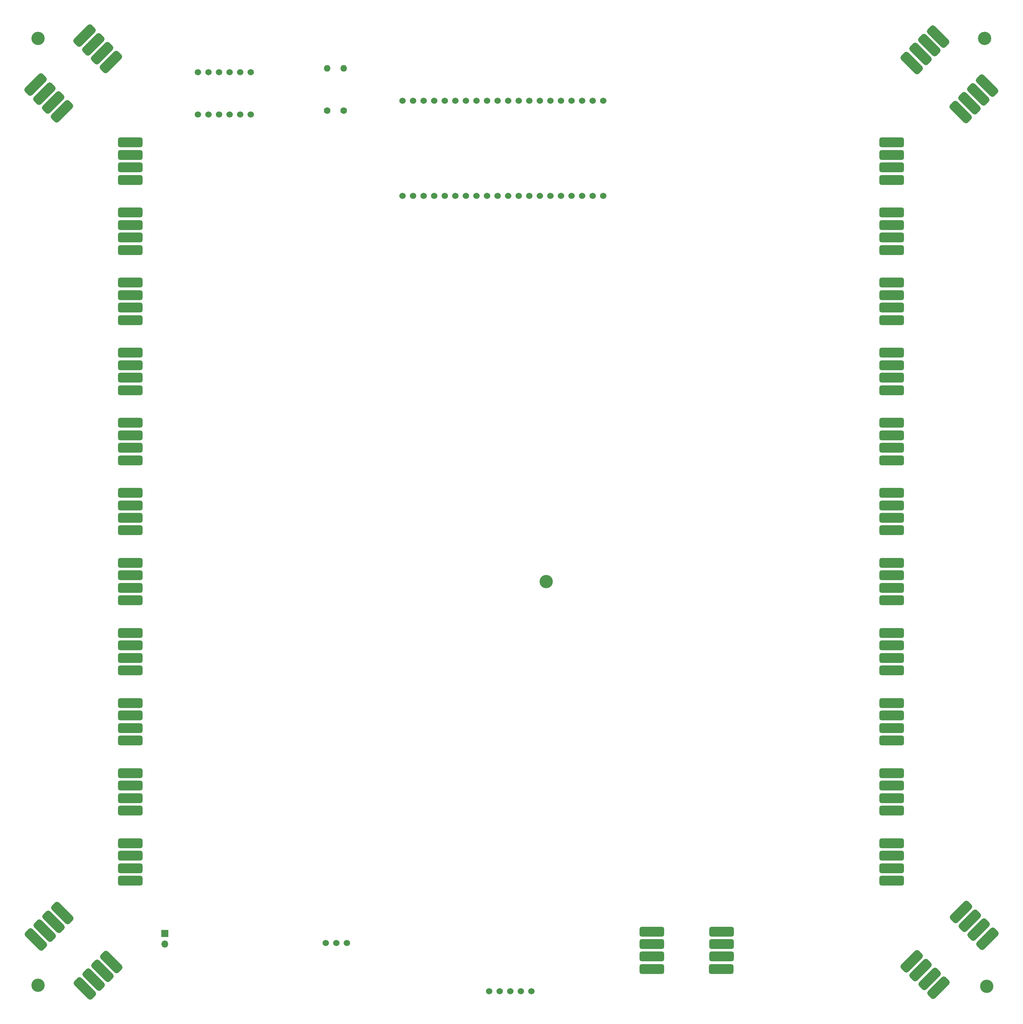
<source format=gbr>
%TF.GenerationSoftware,KiCad,Pcbnew,(6.0.1)*%
%TF.CreationDate,2022-02-22T10:12:00+01:00*%
%TF.ProjectId,ZigerWordClock,5a696765-7257-46f7-9264-436c6f636b2e,rev?*%
%TF.SameCoordinates,Original*%
%TF.FileFunction,Soldermask,Top*%
%TF.FilePolarity,Negative*%
%FSLAX46Y46*%
G04 Gerber Fmt 4.6, Leading zero omitted, Abs format (unit mm)*
G04 Created by KiCad (PCBNEW (6.0.1)) date 2022-02-22 10:12:00*
%MOMM*%
%LPD*%
G01*
G04 APERTURE LIST*
G04 Aperture macros list*
%AMRoundRect*
0 Rectangle with rounded corners*
0 $1 Rounding radius*
0 $2 $3 $4 $5 $6 $7 $8 $9 X,Y pos of 4 corners*
0 Add a 4 corners polygon primitive as box body*
4,1,4,$2,$3,$4,$5,$6,$7,$8,$9,$2,$3,0*
0 Add four circle primitives for the rounded corners*
1,1,$1+$1,$2,$3*
1,1,$1+$1,$4,$5*
1,1,$1+$1,$6,$7*
1,1,$1+$1,$8,$9*
0 Add four rect primitives between the rounded corners*
20,1,$1+$1,$2,$3,$4,$5,0*
20,1,$1+$1,$4,$5,$6,$7,0*
20,1,$1+$1,$6,$7,$8,$9,0*
20,1,$1+$1,$8,$9,$2,$3,0*%
G04 Aperture macros list end*
%ADD10C,1.600000*%
%ADD11O,1.600000X1.600000*%
%ADD12RoundRect,0.600000X2.400000X0.600000X-2.400000X0.600000X-2.400000X-0.600000X2.400000X-0.600000X0*%
%ADD13C,3.200000*%
%ADD14RoundRect,0.600000X2.121320X-1.272792X-1.272792X2.121320X-2.121320X1.272792X1.272792X-2.121320X0*%
%ADD15RoundRect,0.600000X-2.121320X1.272792X1.272792X-2.121320X2.121320X-1.272792X-1.272792X2.121320X0*%
%ADD16C,1.524000*%
%ADD17RoundRect,0.600000X-2.400000X-0.600000X2.400000X-0.600000X2.400000X0.600000X-2.400000X0.600000X0*%
%ADD18RoundRect,0.600000X-1.272792X-2.121320X2.121320X1.272792X1.272792X2.121320X-2.121320X-1.272792X0*%
%ADD19RoundRect,0.600000X1.272792X2.121320X-2.121320X-1.272792X-1.272792X-2.121320X2.121320X1.272792X0*%
%ADD20R,1.700000X1.700000*%
%ADD21O,1.700000X1.700000*%
G04 APERTURE END LIST*
D10*
%TO.C,R1*%
X120000000Y-53160000D03*
D11*
X120000000Y-43000000D03*
%TD*%
D12*
%TO.C,U11*%
X251688600Y-178706780D03*
X68688600Y-178706780D03*
X251688600Y-184706780D03*
X68688600Y-184706780D03*
X251688600Y-181706780D03*
X68688600Y-181706780D03*
X251688600Y-187706780D03*
X68688600Y-187706780D03*
%TD*%
D13*
%TO.C,REF\u002A\u002A*%
X274066000Y-35814000D03*
%TD*%
%TO.C,REF\u002A\u002A*%
X46482000Y-35814000D03*
%TD*%
D14*
%TO.C,U6*%
X64125350Y-257786389D03*
X52316666Y-245977705D03*
X59882709Y-262029029D03*
X48074026Y-250220346D03*
X62004029Y-259907709D03*
X50195346Y-248099026D03*
X57716134Y-264105095D03*
X45952705Y-252341666D03*
%TD*%
D15*
%TO.C,U3*%
X256531584Y-41675506D03*
X268340268Y-53484190D03*
X260774225Y-37432866D03*
X272582908Y-49241549D03*
X258652905Y-39554186D03*
X270461588Y-51362869D03*
X262940800Y-35356800D03*
X274704229Y-47120229D03*
%TD*%
D16*
%TO.C,U20*%
X115697000Y-253238000D03*
X118237000Y-253238000D03*
X120777000Y-253238000D03*
%TD*%
D13*
%TO.C,REF\u002A\u002A*%
X274574000Y-263652000D03*
%TD*%
D12*
%TO.C,U10*%
X251688600Y-145021300D03*
X68688600Y-145021300D03*
X251688600Y-151021300D03*
X68688600Y-151021300D03*
X251688600Y-148021300D03*
X68688600Y-148021300D03*
X251688600Y-154021300D03*
X68688600Y-154021300D03*
%TD*%
%TO.C,U7*%
X210807800Y-250469400D03*
X194107800Y-250469400D03*
X210807800Y-256469400D03*
X194107800Y-256469400D03*
X210807800Y-253469400D03*
X194107800Y-253469400D03*
X210743800Y-259469400D03*
X194107800Y-259469400D03*
%TD*%
D10*
%TO.C,R2*%
X116000000Y-53160000D03*
D11*
X116000000Y-43000000D03*
%TD*%
D17*
%TO.C,U13*%
X68688600Y-69807600D03*
X251688600Y-69807600D03*
X68688600Y-63807600D03*
X251688600Y-63807600D03*
X68688600Y-66807600D03*
X251688600Y-66807600D03*
X68688600Y-60807600D03*
X251688600Y-60807600D03*
%TD*%
D18*
%TO.C,U5*%
X52250116Y-53312284D03*
X64058800Y-41503600D03*
X48007476Y-49069643D03*
X59816159Y-37260960D03*
X50128796Y-51190963D03*
X61937479Y-39382280D03*
X45931410Y-46903068D03*
X57694839Y-35139639D03*
%TD*%
D13*
%TO.C,REF\u002A\u002A*%
X46482000Y-263398000D03*
%TD*%
D16*
%TO.C,U1*%
X154978654Y-264801230D03*
X162598654Y-264801230D03*
X160058654Y-264801230D03*
X157518654Y-264801230D03*
X165138654Y-264801230D03*
%TD*%
D17*
%TO.C,U15*%
X68688600Y-137178560D03*
X251688600Y-137178560D03*
X68688600Y-131178560D03*
X251688600Y-131178560D03*
X68688600Y-134178560D03*
X251688600Y-134178560D03*
X68688600Y-128178560D03*
X251688600Y-128178560D03*
%TD*%
%TO.C,U14*%
X68688600Y-103493080D03*
X251688600Y-103493080D03*
X68688600Y-97493080D03*
X251688600Y-97493080D03*
X68688600Y-100493080D03*
X251688600Y-100493080D03*
X68688600Y-94493080D03*
X251688600Y-94493080D03*
%TD*%
%TO.C,U17*%
X68688600Y-204549520D03*
X251688600Y-204549520D03*
X68688600Y-198549520D03*
X251688600Y-198549520D03*
X68688600Y-201549520D03*
X251688600Y-201549520D03*
X68688600Y-195549520D03*
X251688600Y-195549520D03*
%TD*%
D12*
%TO.C,U8*%
X251688600Y-77650340D03*
X68688600Y-77650340D03*
X251688600Y-83650340D03*
X68688600Y-83650340D03*
X251688600Y-80650340D03*
X68688600Y-80650340D03*
X251688600Y-86650340D03*
X68688600Y-86650340D03*
%TD*%
%TO.C,U12*%
X251688600Y-212392260D03*
X68688600Y-212392260D03*
X251688600Y-218392260D03*
X68688600Y-218392260D03*
X251688600Y-215392260D03*
X68688600Y-215392260D03*
X251688600Y-221392260D03*
X68688600Y-221392260D03*
%TD*%
%TO.C,U9*%
X251688600Y-111335820D03*
X68688600Y-111335820D03*
X251688600Y-117335820D03*
X68688600Y-117335820D03*
X251688600Y-114335820D03*
X68688600Y-114335820D03*
X251688600Y-120335820D03*
X68688600Y-120335820D03*
%TD*%
D17*
%TO.C,U18*%
X68688600Y-238235000D03*
X251688600Y-238235000D03*
X68688600Y-232235000D03*
X251688600Y-232235000D03*
X68688600Y-235235000D03*
X251688600Y-235235000D03*
X68688600Y-229235000D03*
X251688600Y-229235000D03*
%TD*%
D13*
%TO.C,REF\u002A\u002A*%
X168656000Y-166364040D03*
%TD*%
D17*
%TO.C,U16*%
X68688600Y-170864040D03*
X251688600Y-170864040D03*
X68688600Y-164864040D03*
X251688600Y-164864040D03*
X68688600Y-167864040D03*
X251688600Y-167864040D03*
X68688600Y-161864040D03*
X251688600Y-161864040D03*
%TD*%
D19*
%TO.C,U19*%
X268401800Y-245770400D03*
X256593116Y-257579084D03*
X272644440Y-250013041D03*
X260835757Y-261821724D03*
X270523120Y-247891721D03*
X258714437Y-259700404D03*
X274720506Y-252179616D03*
X262957077Y-263943045D03*
%TD*%
D16*
%TO.C,U4*%
X84900000Y-54080000D03*
X87440000Y-54080000D03*
X89980000Y-54080000D03*
X92520000Y-54080000D03*
X95060000Y-54080000D03*
X97600000Y-54080000D03*
X97600000Y-43920000D03*
X95060000Y-43920000D03*
X92520000Y-43920000D03*
X89980000Y-43920000D03*
X87440000Y-43920000D03*
X84900000Y-43920000D03*
%TD*%
%TO.C,U2*%
X134141500Y-50760000D03*
X136681500Y-50760000D03*
X139221500Y-50760000D03*
X141761500Y-50760000D03*
X144301500Y-50760000D03*
X146841500Y-50760000D03*
X149381500Y-50760000D03*
X151921500Y-50760000D03*
X154461500Y-50760000D03*
X157001500Y-50760000D03*
X159541500Y-50760000D03*
X162081500Y-50760000D03*
X164621500Y-50760000D03*
X167161500Y-50760000D03*
X169701500Y-50760000D03*
X172241500Y-50760000D03*
X174781500Y-50760000D03*
X177321500Y-50760000D03*
X179861500Y-50760000D03*
X182401500Y-50760000D03*
X182401500Y-73620000D03*
X179861500Y-73620000D03*
X177321500Y-73620000D03*
X174781500Y-73620000D03*
X172241500Y-73620000D03*
X169701500Y-73620000D03*
X167161500Y-73620000D03*
X164621500Y-73620000D03*
X162081500Y-73620000D03*
X159541500Y-73620000D03*
X157001500Y-73620000D03*
X154461500Y-73620000D03*
X151921500Y-73620000D03*
X149381500Y-73620000D03*
X146841500Y-73620000D03*
X144301500Y-73620000D03*
X141761500Y-73620000D03*
X139221500Y-73620000D03*
X136681500Y-73620000D03*
X134141500Y-73620000D03*
%TD*%
D20*
%TO.C,J2*%
X76962000Y-250947000D03*
D21*
X76962000Y-253487000D03*
%TD*%
M02*

</source>
